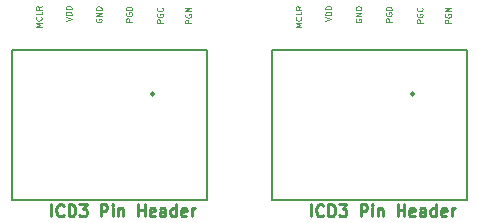
<source format=gto>
%MOIN*%
%OFA0B0*%
%FSLAX46Y46*%
%IPPOS*%
%LPD*%
%ADD10C,0.0039370078740157488*%
%ADD11C,0.004921259842519685*%
%ADD12C,0.00984251968503937*%
%ADD13C,0.005905511811023622*%
%ADD24C,0.0039370078740157488*%
%ADD25C,0.004921259842519685*%
%ADD26C,0.00984251968503937*%
%ADD27C,0.005905511811023622*%
%LPD*%
G01*
D10*
D11*
X0000225834Y0000704368D02*
X0000206149Y0000704368D01*
X0000220209Y0000710929D01*
X0000206149Y0000717491D01*
X0000225834Y0000717491D01*
X0000223959Y0000738114D02*
X0000224896Y0000737176D01*
X0000225834Y0000734364D01*
X0000225834Y0000732489D01*
X0000224896Y0000729677D01*
X0000223022Y0000727802D01*
X0000221147Y0000726865D01*
X0000217397Y0000725928D01*
X0000214585Y0000725928D01*
X0000210836Y0000726865D01*
X0000208961Y0000727802D01*
X0000207086Y0000729677D01*
X0000206149Y0000732489D01*
X0000206149Y0000734364D01*
X0000207086Y0000737176D01*
X0000208023Y0000738114D01*
X0000225834Y0000755924D02*
X0000225834Y0000746550D01*
X0000206149Y0000746550D01*
X0000225834Y0000773734D02*
X0000216460Y0000767172D01*
X0000225834Y0000762485D02*
X0000206149Y0000762485D01*
X0000206149Y0000769985D01*
X0000207086Y0000771859D01*
X0000208023Y0000772797D01*
X0000209898Y0000773734D01*
X0000212710Y0000773734D01*
X0000214585Y0000772797D01*
X0000215523Y0000771859D01*
X0000216460Y0000769985D01*
X0000216460Y0000762485D01*
X0000305755Y0000724147D02*
X0000325440Y0000730708D01*
X0000305755Y0000737270D01*
X0000325440Y0000743832D02*
X0000305755Y0000743832D01*
X0000305755Y0000748518D01*
X0000306692Y0000751331D01*
X0000308567Y0000753205D01*
X0000310442Y0000754143D01*
X0000314191Y0000755080D01*
X0000317004Y0000755080D01*
X0000320753Y0000754143D01*
X0000322628Y0000753205D01*
X0000324503Y0000751331D01*
X0000325440Y0000748518D01*
X0000325440Y0000743832D01*
X0000325440Y0000763517D02*
X0000305755Y0000763517D01*
X0000305755Y0000768203D01*
X0000306692Y0000771016D01*
X0000308567Y0000772890D01*
X0000310442Y0000773828D01*
X0000314191Y0000774765D01*
X0000317004Y0000774765D01*
X0000320753Y0000773828D01*
X0000322628Y0000772890D01*
X0000324503Y0000771016D01*
X0000325440Y0000768203D01*
X0000325440Y0000763517D01*
X0000407086Y0000731852D02*
X0000406149Y0000729977D01*
X0000406149Y0000727165D01*
X0000407086Y0000724353D01*
X0000408961Y0000722478D01*
X0000410836Y0000721541D01*
X0000414585Y0000720603D01*
X0000417397Y0000720603D01*
X0000421147Y0000721541D01*
X0000423022Y0000722478D01*
X0000424896Y0000724353D01*
X0000425834Y0000727165D01*
X0000425834Y0000729040D01*
X0000424896Y0000731852D01*
X0000423959Y0000732789D01*
X0000417397Y0000732789D01*
X0000417397Y0000729040D01*
X0000425834Y0000741226D02*
X0000406149Y0000741226D01*
X0000425834Y0000752474D01*
X0000406149Y0000752474D01*
X0000425834Y0000761848D02*
X0000406149Y0000761848D01*
X0000406149Y0000766535D01*
X0000407086Y0000769347D01*
X0000408961Y0000771222D01*
X0000410836Y0000772159D01*
X0000414585Y0000773097D01*
X0000417397Y0000773097D01*
X0000421147Y0000772159D01*
X0000423022Y0000771222D01*
X0000424896Y0000769347D01*
X0000425834Y0000766535D01*
X0000425834Y0000761848D01*
X0000526621Y0000722009D02*
X0000506936Y0000722009D01*
X0000506936Y0000729508D01*
X0000507874Y0000731383D01*
X0000508811Y0000732320D01*
X0000510686Y0000733258D01*
X0000513498Y0000733258D01*
X0000515373Y0000732320D01*
X0000516310Y0000731383D01*
X0000517247Y0000729508D01*
X0000517247Y0000722009D01*
X0000507874Y0000752005D02*
X0000506936Y0000750131D01*
X0000506936Y0000747319D01*
X0000507874Y0000744506D01*
X0000509748Y0000742632D01*
X0000511623Y0000741694D01*
X0000515373Y0000740757D01*
X0000518185Y0000740757D01*
X0000521934Y0000741694D01*
X0000523809Y0000742632D01*
X0000525684Y0000744506D01*
X0000526621Y0000747319D01*
X0000526621Y0000749193D01*
X0000525684Y0000752005D01*
X0000524746Y0000752943D01*
X0000518185Y0000752943D01*
X0000518185Y0000749193D01*
X0000526621Y0000761379D02*
X0000506936Y0000761379D01*
X0000506936Y0000766066D01*
X0000507874Y0000768878D01*
X0000509748Y0000770753D01*
X0000511623Y0000771691D01*
X0000515373Y0000772628D01*
X0000518185Y0000772628D01*
X0000521934Y0000771691D01*
X0000523809Y0000770753D01*
X0000525684Y0000768878D01*
X0000526621Y0000766066D01*
X0000526621Y0000761379D01*
X0000629771Y0000718466D02*
X0000610086Y0000718466D01*
X0000610086Y0000725965D01*
X0000611023Y0000727840D01*
X0000611961Y0000728777D01*
X0000613835Y0000729715D01*
X0000616647Y0000729715D01*
X0000618522Y0000728777D01*
X0000619460Y0000727840D01*
X0000620397Y0000725965D01*
X0000620397Y0000718466D01*
X0000611023Y0000748462D02*
X0000610086Y0000746587D01*
X0000610086Y0000743775D01*
X0000611023Y0000740963D01*
X0000612898Y0000739088D01*
X0000614773Y0000738151D01*
X0000618522Y0000737214D01*
X0000621334Y0000737214D01*
X0000625084Y0000738151D01*
X0000626959Y0000739088D01*
X0000628833Y0000740963D01*
X0000629771Y0000743775D01*
X0000629771Y0000745650D01*
X0000628833Y0000748462D01*
X0000627896Y0000749400D01*
X0000621334Y0000749400D01*
X0000621334Y0000745650D01*
X0000627896Y0000769085D02*
X0000628833Y0000768147D01*
X0000629771Y0000765335D01*
X0000629771Y0000763460D01*
X0000628833Y0000760648D01*
X0000626959Y0000758773D01*
X0000625084Y0000757836D01*
X0000621334Y0000756899D01*
X0000618522Y0000756899D01*
X0000614773Y0000757836D01*
X0000612898Y0000758773D01*
X0000611023Y0000760648D01*
X0000610086Y0000763460D01*
X0000610086Y0000765335D01*
X0000611023Y0000768147D01*
X0000611961Y0000769085D01*
X0000724259Y0000717060D02*
X0000704574Y0000717060D01*
X0000704574Y0000724559D01*
X0000705511Y0000726434D01*
X0000706449Y0000727371D01*
X0000708323Y0000728308D01*
X0000711136Y0000728308D01*
X0000713010Y0000727371D01*
X0000713948Y0000726434D01*
X0000714885Y0000724559D01*
X0000714885Y0000717060D01*
X0000705511Y0000747056D02*
X0000704574Y0000745181D01*
X0000704574Y0000742369D01*
X0000705511Y0000739557D01*
X0000707386Y0000737682D01*
X0000709261Y0000736745D01*
X0000713010Y0000735808D01*
X0000715823Y0000735808D01*
X0000719572Y0000736745D01*
X0000721447Y0000737682D01*
X0000723322Y0000739557D01*
X0000724259Y0000742369D01*
X0000724259Y0000744244D01*
X0000723322Y0000747056D01*
X0000722384Y0000747994D01*
X0000715823Y0000747994D01*
X0000715823Y0000744244D01*
X0000724259Y0000756430D02*
X0000704574Y0000756430D01*
X0000718635Y0000762992D01*
X0000704574Y0000769553D01*
X0000724259Y0000769553D01*
D12*
X0000257723Y0000073921D02*
X0000257723Y0000113292D01*
X0000298968Y0000077671D02*
X0000297094Y0000075796D01*
X0000291469Y0000073921D01*
X0000287720Y0000073921D01*
X0000282095Y0000075796D01*
X0000278346Y0000079546D01*
X0000276471Y0000083295D01*
X0000274596Y0000090794D01*
X0000274596Y0000096419D01*
X0000276471Y0000103918D01*
X0000278346Y0000107667D01*
X0000282095Y0000111417D01*
X0000287720Y0000113292D01*
X0000291469Y0000113292D01*
X0000297094Y0000111417D01*
X0000298968Y0000109542D01*
X0000315841Y0000073921D02*
X0000315841Y0000113292D01*
X0000325215Y0000113292D01*
X0000330839Y0000111417D01*
X0000334589Y0000107667D01*
X0000336464Y0000103918D01*
X0000338338Y0000096419D01*
X0000338338Y0000090794D01*
X0000336464Y0000083295D01*
X0000334589Y0000079546D01*
X0000330839Y0000075796D01*
X0000325215Y0000073921D01*
X0000315841Y0000073921D01*
X0000351462Y0000113292D02*
X0000375834Y0000113292D01*
X0000362710Y0000098293D01*
X0000368335Y0000098293D01*
X0000372084Y0000096419D01*
X0000373959Y0000094544D01*
X0000375834Y0000090794D01*
X0000375834Y0000081421D01*
X0000373959Y0000077671D01*
X0000372084Y0000075796D01*
X0000368335Y0000073921D01*
X0000357086Y0000073921D01*
X0000353337Y0000075796D01*
X0000351462Y0000077671D01*
X0000422703Y0000073921D02*
X0000422703Y0000113292D01*
X0000437701Y0000113292D01*
X0000441451Y0000111417D01*
X0000443325Y0000109542D01*
X0000445200Y0000105792D01*
X0000445200Y0000100168D01*
X0000443325Y0000096419D01*
X0000441451Y0000094544D01*
X0000437701Y0000092669D01*
X0000422703Y0000092669D01*
X0000462073Y0000073921D02*
X0000462073Y0000100168D01*
X0000462073Y0000113292D02*
X0000460198Y0000111417D01*
X0000462073Y0000109542D01*
X0000463948Y0000111417D01*
X0000462073Y0000113292D01*
X0000462073Y0000109542D01*
X0000480821Y0000100168D02*
X0000480821Y0000073921D01*
X0000480821Y0000096419D02*
X0000482695Y0000098293D01*
X0000486445Y0000100168D01*
X0000492069Y0000100168D01*
X0000495819Y0000098293D01*
X0000497694Y0000094544D01*
X0000497694Y0000073921D01*
X0000546437Y0000073921D02*
X0000546437Y0000113292D01*
X0000546437Y0000094544D02*
X0000568935Y0000094544D01*
X0000568935Y0000073921D02*
X0000568935Y0000113292D01*
X0000602680Y0000075796D02*
X0000598931Y0000073921D01*
X0000591432Y0000073921D01*
X0000587682Y0000075796D01*
X0000585807Y0000079546D01*
X0000585807Y0000094544D01*
X0000587682Y0000098293D01*
X0000591432Y0000100168D01*
X0000598931Y0000100168D01*
X0000602680Y0000098293D01*
X0000604555Y0000094544D01*
X0000604555Y0000090794D01*
X0000585807Y0000087045D01*
X0000638301Y0000073921D02*
X0000638301Y0000094544D01*
X0000636426Y0000098293D01*
X0000632677Y0000100168D01*
X0000625178Y0000100168D01*
X0000621428Y0000098293D01*
X0000638301Y0000075796D02*
X0000634551Y0000073921D01*
X0000625178Y0000073921D01*
X0000621428Y0000075796D01*
X0000619553Y0000079546D01*
X0000619553Y0000083295D01*
X0000621428Y0000087045D01*
X0000625178Y0000088920D01*
X0000634551Y0000088920D01*
X0000638301Y0000090794D01*
X0000673922Y0000073921D02*
X0000673922Y0000113292D01*
X0000673922Y0000075796D02*
X0000670172Y0000073921D01*
X0000662673Y0000073921D01*
X0000658923Y0000075796D01*
X0000657049Y0000077671D01*
X0000655174Y0000081421D01*
X0000655174Y0000092669D01*
X0000657049Y0000096419D01*
X0000658923Y0000098293D01*
X0000662673Y0000100168D01*
X0000670172Y0000100168D01*
X0000673922Y0000098293D01*
X0000707667Y0000075796D02*
X0000703918Y0000073921D01*
X0000696419Y0000073921D01*
X0000692669Y0000075796D01*
X0000690794Y0000079546D01*
X0000690794Y0000094544D01*
X0000692669Y0000098293D01*
X0000696419Y0000100168D01*
X0000703918Y0000100168D01*
X0000707667Y0000098293D01*
X0000709542Y0000094544D01*
X0000709542Y0000090794D01*
X0000690794Y0000087045D01*
X0000726415Y0000073921D02*
X0000726415Y0000100168D01*
X0000726415Y0000092669D02*
X0000728290Y0000096419D01*
X0000730164Y0000098293D01*
X0000733914Y0000100168D01*
X0000737664Y0000100168D01*
D13*
X0000128055Y0000628381D02*
X0000128055Y0000128381D01*
X0000128055Y0000128381D02*
X0000778055Y0000128381D01*
X0000778055Y0000128381D02*
X0000778055Y0000628381D01*
X0000778055Y0000628381D02*
X0000128055Y0000628381D01*
X0000602467Y0000480940D02*
G75*
G03X0000602467Y0000480940I-0000006302D01*
G01*
G04 next file*
%LPD*%
G04 Gerber Fmt 4.6, Leading zero omitted, Abs format (unit mm)*
G04 Created by KiCad (PCBNEW 4.0.7) date 10/04/17 14:57:39*
G01*
G04 APERTURE LIST*
G04 APERTURE END LIST*
D24*
D25*
X0001091975Y0000704368D02*
X0001072290Y0000704368D01*
X0001086351Y0000710929D01*
X0001072290Y0000717491D01*
X0001091975Y0000717491D01*
X0001090101Y0000738114D02*
X0001091038Y0000737176D01*
X0001091975Y0000734364D01*
X0001091975Y0000732489D01*
X0001091038Y0000729677D01*
X0001089163Y0000727802D01*
X0001087289Y0000726865D01*
X0001083539Y0000725928D01*
X0001080727Y0000725928D01*
X0001076977Y0000726865D01*
X0001075103Y0000727802D01*
X0001073228Y0000729677D01*
X0001072290Y0000732489D01*
X0001072290Y0000734364D01*
X0001073228Y0000737176D01*
X0001074165Y0000738114D01*
X0001091975Y0000755924D02*
X0001091975Y0000746550D01*
X0001072290Y0000746550D01*
X0001091975Y0000773734D02*
X0001082602Y0000767172D01*
X0001091975Y0000762485D02*
X0001072290Y0000762485D01*
X0001072290Y0000769985D01*
X0001073228Y0000771859D01*
X0001074165Y0000772797D01*
X0001076040Y0000773734D01*
X0001078852Y0000773734D01*
X0001080727Y0000772797D01*
X0001081664Y0000771859D01*
X0001082602Y0000769985D01*
X0001082602Y0000762485D01*
X0001171897Y0000724147D02*
X0001191582Y0000730708D01*
X0001171897Y0000737270D01*
X0001191582Y0000743832D02*
X0001171897Y0000743832D01*
X0001171897Y0000748518D01*
X0001172834Y0000751331D01*
X0001174709Y0000753205D01*
X0001176584Y0000754143D01*
X0001180333Y0000755080D01*
X0001183145Y0000755080D01*
X0001186895Y0000754143D01*
X0001188770Y0000753205D01*
X0001190644Y0000751331D01*
X0001191582Y0000748518D01*
X0001191582Y0000743832D01*
X0001191582Y0000763517D02*
X0001171897Y0000763517D01*
X0001171897Y0000768203D01*
X0001172834Y0000771016D01*
X0001174709Y0000772890D01*
X0001176584Y0000773828D01*
X0001180333Y0000774765D01*
X0001183145Y0000774765D01*
X0001186895Y0000773828D01*
X0001188770Y0000772890D01*
X0001190644Y0000771016D01*
X0001191582Y0000768203D01*
X0001191582Y0000763517D01*
X0001273228Y0000731852D02*
X0001272290Y0000729977D01*
X0001272290Y0000727165D01*
X0001273228Y0000724353D01*
X0001275103Y0000722478D01*
X0001276977Y0000721541D01*
X0001280727Y0000720603D01*
X0001283539Y0000720603D01*
X0001287289Y0000721541D01*
X0001289163Y0000722478D01*
X0001291038Y0000724353D01*
X0001291975Y0000727165D01*
X0001291975Y0000729040D01*
X0001291038Y0000731852D01*
X0001290101Y0000732789D01*
X0001283539Y0000732789D01*
X0001283539Y0000729040D01*
X0001291975Y0000741226D02*
X0001272290Y0000741226D01*
X0001291975Y0000752474D01*
X0001272290Y0000752474D01*
X0001291975Y0000761848D02*
X0001272290Y0000761848D01*
X0001272290Y0000766535D01*
X0001273228Y0000769347D01*
X0001275103Y0000771222D01*
X0001276977Y0000772159D01*
X0001280727Y0000773097D01*
X0001283539Y0000773097D01*
X0001287289Y0000772159D01*
X0001289163Y0000771222D01*
X0001291038Y0000769347D01*
X0001291975Y0000766535D01*
X0001291975Y0000761848D01*
X0001392763Y0000722009D02*
X0001373078Y0000722009D01*
X0001373078Y0000729508D01*
X0001374015Y0000731383D01*
X0001374953Y0000732320D01*
X0001376827Y0000733258D01*
X0001379640Y0000733258D01*
X0001381514Y0000732320D01*
X0001382452Y0000731383D01*
X0001383389Y0000729508D01*
X0001383389Y0000722009D01*
X0001374015Y0000752005D02*
X0001373078Y0000750131D01*
X0001373078Y0000747319D01*
X0001374015Y0000744506D01*
X0001375890Y0000742632D01*
X0001377765Y0000741694D01*
X0001381514Y0000740757D01*
X0001384326Y0000740757D01*
X0001388076Y0000741694D01*
X0001389951Y0000742632D01*
X0001391826Y0000744506D01*
X0001392763Y0000747319D01*
X0001392763Y0000749193D01*
X0001391826Y0000752005D01*
X0001390888Y0000752943D01*
X0001384326Y0000752943D01*
X0001384326Y0000749193D01*
X0001392763Y0000761379D02*
X0001373078Y0000761379D01*
X0001373078Y0000766066D01*
X0001374015Y0000768878D01*
X0001375890Y0000770753D01*
X0001377765Y0000771691D01*
X0001381514Y0000772628D01*
X0001384326Y0000772628D01*
X0001388076Y0000771691D01*
X0001389951Y0000770753D01*
X0001391826Y0000768878D01*
X0001392763Y0000766066D01*
X0001392763Y0000761379D01*
X0001495912Y0000718466D02*
X0001476227Y0000718466D01*
X0001476227Y0000725965D01*
X0001477165Y0000727840D01*
X0001478102Y0000728777D01*
X0001479977Y0000729715D01*
X0001482789Y0000729715D01*
X0001484664Y0000728777D01*
X0001485601Y0000727840D01*
X0001486539Y0000725965D01*
X0001486539Y0000718466D01*
X0001477165Y0000748462D02*
X0001476227Y0000746587D01*
X0001476227Y0000743775D01*
X0001477165Y0000740963D01*
X0001479040Y0000739088D01*
X0001480914Y0000738151D01*
X0001484664Y0000737214D01*
X0001487476Y0000737214D01*
X0001491226Y0000738151D01*
X0001493100Y0000739088D01*
X0001494975Y0000740963D01*
X0001495912Y0000743775D01*
X0001495912Y0000745650D01*
X0001494975Y0000748462D01*
X0001494038Y0000749400D01*
X0001487476Y0000749400D01*
X0001487476Y0000745650D01*
X0001494038Y0000769085D02*
X0001494975Y0000768147D01*
X0001495912Y0000765335D01*
X0001495912Y0000763460D01*
X0001494975Y0000760648D01*
X0001493100Y0000758773D01*
X0001491226Y0000757836D01*
X0001487476Y0000756899D01*
X0001484664Y0000756899D01*
X0001480914Y0000757836D01*
X0001479040Y0000758773D01*
X0001477165Y0000760648D01*
X0001476227Y0000763460D01*
X0001476227Y0000765335D01*
X0001477165Y0000768147D01*
X0001478102Y0000769085D01*
X0001590401Y0000717060D02*
X0001570716Y0000717060D01*
X0001570716Y0000724559D01*
X0001571653Y0000726434D01*
X0001572590Y0000727371D01*
X0001574465Y0000728308D01*
X0001577277Y0000728308D01*
X0001579152Y0000727371D01*
X0001580090Y0000726434D01*
X0001581027Y0000724559D01*
X0001581027Y0000717060D01*
X0001571653Y0000747056D02*
X0001570716Y0000745181D01*
X0001570716Y0000742369D01*
X0001571653Y0000739557D01*
X0001573528Y0000737682D01*
X0001575403Y0000736745D01*
X0001579152Y0000735808D01*
X0001581964Y0000735808D01*
X0001585714Y0000736745D01*
X0001587589Y0000737682D01*
X0001589463Y0000739557D01*
X0001590401Y0000742369D01*
X0001590401Y0000744244D01*
X0001589463Y0000747056D01*
X0001588526Y0000747994D01*
X0001581964Y0000747994D01*
X0001581964Y0000744244D01*
X0001590401Y0000756430D02*
X0001570716Y0000756430D01*
X0001584776Y0000762992D01*
X0001570716Y0000769553D01*
X0001590401Y0000769553D01*
D26*
X0001123865Y0000073921D02*
X0001123865Y0000113292D01*
X0001165110Y0000077671D02*
X0001163235Y0000075796D01*
X0001157611Y0000073921D01*
X0001153862Y0000073921D01*
X0001148237Y0000075796D01*
X0001144488Y0000079546D01*
X0001142613Y0000083295D01*
X0001140738Y0000090794D01*
X0001140738Y0000096419D01*
X0001142613Y0000103918D01*
X0001144488Y0000107667D01*
X0001148237Y0000111417D01*
X0001153862Y0000113292D01*
X0001157611Y0000113292D01*
X0001163235Y0000111417D01*
X0001165110Y0000109542D01*
X0001181983Y0000073921D02*
X0001181983Y0000113292D01*
X0001191357Y0000113292D01*
X0001196981Y0000111417D01*
X0001200731Y0000107667D01*
X0001202605Y0000103918D01*
X0001204480Y0000096419D01*
X0001204480Y0000090794D01*
X0001202605Y0000083295D01*
X0001200731Y0000079546D01*
X0001196981Y0000075796D01*
X0001191357Y0000073921D01*
X0001181983Y0000073921D01*
X0001217604Y0000113292D02*
X0001241975Y0000113292D01*
X0001228852Y0000098293D01*
X0001234476Y0000098293D01*
X0001238226Y0000096419D01*
X0001240101Y0000094544D01*
X0001241975Y0000090794D01*
X0001241975Y0000081421D01*
X0001240101Y0000077671D01*
X0001238226Y0000075796D01*
X0001234476Y0000073921D01*
X0001223228Y0000073921D01*
X0001219478Y0000075796D01*
X0001217604Y0000077671D01*
X0001288845Y0000073921D02*
X0001288845Y0000113292D01*
X0001303843Y0000113292D01*
X0001307592Y0000111417D01*
X0001309467Y0000109542D01*
X0001311342Y0000105792D01*
X0001311342Y0000100168D01*
X0001309467Y0000096419D01*
X0001307592Y0000094544D01*
X0001303843Y0000092669D01*
X0001288845Y0000092669D01*
X0001328215Y0000073921D02*
X0001328215Y0000100168D01*
X0001328215Y0000113292D02*
X0001326340Y0000111417D01*
X0001328215Y0000109542D01*
X0001330089Y0000111417D01*
X0001328215Y0000113292D01*
X0001328215Y0000109542D01*
X0001346962Y0000100168D02*
X0001346962Y0000073921D01*
X0001346962Y0000096419D02*
X0001348837Y0000098293D01*
X0001352587Y0000100168D01*
X0001358211Y0000100168D01*
X0001361960Y0000098293D01*
X0001363835Y0000094544D01*
X0001363835Y0000073921D01*
X0001412579Y0000073921D02*
X0001412579Y0000113292D01*
X0001412579Y0000094544D02*
X0001435076Y0000094544D01*
X0001435076Y0000073921D02*
X0001435076Y0000113292D01*
X0001468822Y0000075796D02*
X0001465073Y0000073921D01*
X0001457574Y0000073921D01*
X0001453824Y0000075796D01*
X0001451949Y0000079546D01*
X0001451949Y0000094544D01*
X0001453824Y0000098293D01*
X0001457574Y0000100168D01*
X0001465073Y0000100168D01*
X0001468822Y0000098293D01*
X0001470697Y0000094544D01*
X0001470697Y0000090794D01*
X0001451949Y0000087045D01*
X0001504443Y0000073921D02*
X0001504443Y0000094544D01*
X0001502568Y0000098293D01*
X0001498818Y0000100168D01*
X0001491319Y0000100168D01*
X0001487570Y0000098293D01*
X0001504443Y0000075796D02*
X0001500693Y0000073921D01*
X0001491319Y0000073921D01*
X0001487570Y0000075796D01*
X0001485695Y0000079546D01*
X0001485695Y0000083295D01*
X0001487570Y0000087045D01*
X0001491319Y0000088920D01*
X0001500693Y0000088920D01*
X0001504443Y0000090794D01*
X0001540063Y0000073921D02*
X0001540063Y0000113292D01*
X0001540063Y0000075796D02*
X0001536314Y0000073921D01*
X0001528815Y0000073921D01*
X0001525065Y0000075796D01*
X0001523190Y0000077671D01*
X0001521316Y0000081421D01*
X0001521316Y0000092669D01*
X0001523190Y0000096419D01*
X0001525065Y0000098293D01*
X0001528815Y0000100168D01*
X0001536314Y0000100168D01*
X0001540063Y0000098293D01*
X0001573809Y0000075796D02*
X0001570060Y0000073921D01*
X0001562560Y0000073921D01*
X0001558811Y0000075796D01*
X0001556936Y0000079546D01*
X0001556936Y0000094544D01*
X0001558811Y0000098293D01*
X0001562560Y0000100168D01*
X0001570060Y0000100168D01*
X0001573809Y0000098293D01*
X0001575684Y0000094544D01*
X0001575684Y0000090794D01*
X0001556936Y0000087045D01*
X0001592557Y0000073921D02*
X0001592557Y0000100168D01*
X0001592557Y0000092669D02*
X0001594431Y0000096419D01*
X0001596306Y0000098293D01*
X0001600056Y0000100168D01*
X0001603805Y0000100168D01*
D27*
X0000994196Y0000628381D02*
X0000994196Y0000128381D01*
X0000994196Y0000128381D02*
X0001644196Y0000128381D01*
X0001644196Y0000128381D02*
X0001644196Y0000628381D01*
X0001644196Y0000628381D02*
X0000994196Y0000628381D01*
X0001468609Y0000480940D02*
G75*
G03X0001468609Y0000480940I-0000006302D01*
G01*
M02*
</source>
